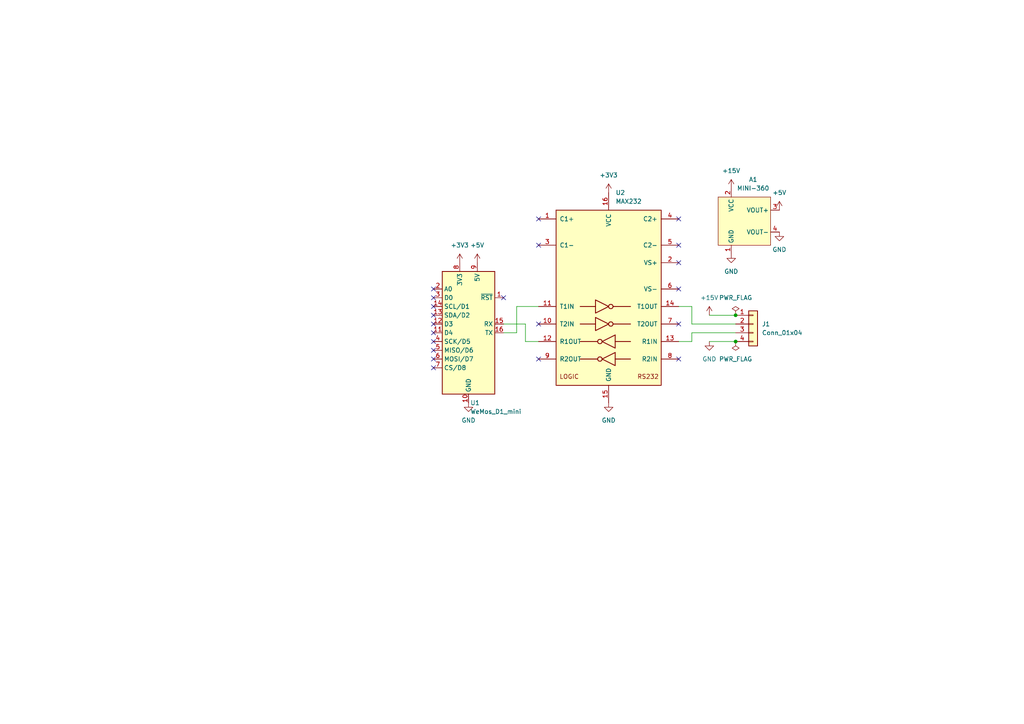
<source format=kicad_sch>
(kicad_sch (version 20211123) (generator eeschema)
  (paper "A4")
  (lib_symbols
    (symbol "Connector_Generic:Conn_01x04" (pin_names (offset 1.016) hide)
      (property "Reference" "J" (at 0 5.08 0))
      (property "Value" "Conn_01x04" (at 0 -7.62 0))
      (symbol "Conn_01x04_1_1"
        (rectangle (start -1.27 -4.953) (end 0 -5.207) (stroke (width 0.1524)))
        (rectangle (start -1.27 -2.413) (end 0 -2.667) (stroke (width 0.1524)))
        (rectangle (start -1.27 0.127) (end 0 -0.127) (stroke (width 0.1524)))
        (rectangle (start -1.27 2.667) (end 0 2.413) (stroke (width 0.1524)))
        (rectangle (start -1.27 3.81) (end 1.27 -6.35) (stroke (width 0.254)) (fill (type background)))
        (pin passive line (at -5.08 2.54 0) (length 3.81) (name "Pin_1") (number "1"))
        (pin passive line (at -5.08 0 0) (length 3.81) (name "Pin_2") (number "2"))
        (pin passive line (at -5.08 -2.54 0) (length 3.81) (name "Pin_3") (number "3"))
        (pin passive line (at -5.08 -5.08 0) (length 3.81) (name "Pin_4") (number "4"))
      )
    )
    (symbol "GW_custom:MINI-360"
      (property "Reference" "A" (at 10.16 1.27 0))
      (property "Value" "MINI-360" (at 10.16 3.81 0))
      (symbol "MINI-360_0_1"
        (rectangle (start -5.08 -2.54) (end 10.16 -16.51) (fill (type background)))
      )
      (symbol "MINI-360_1_1"
        (pin power_in line (at -1.27 -19.05 90) (length 2.54) (name "GND") (number "1"))
        (pin power_in line (at -1.27 0 270) (length 2.54) (name "VCC") (number "2"))
        (pin power_out line (at 12.7 -6.35 180) (length 2.54) (name "VOUT+") (number "3"))
        (pin passive line (at 12.7 -12.7 180) (length 2.54) (name "VOUT-") (number "4"))
      )
    )
    (symbol "Interface_UART:MAX232" (pin_names (offset 1.016))
      (property "Reference" "U" (at -2.54 28.575 0))
      (property "Value" "MAX232" (at -2.54 26.67 0))
      (symbol "MAX232_0_0"
        (text "LOGIC" (at -11.43 -22.86 0) (effects (font (size 1.27 1.27))))
        (text "RS232" (at 11.43 -22.86 0) (effects (font (size 1.27 1.27))))
      )
      (symbol "MAX232_0_1"
        (rectangle (start -15.24 -25.4) (end 15.24 25.4) (stroke (width 0.254)) (fill (type background)))
        (circle (center -2.54 -17.78) (radius 0.635) (stroke (width 0.254)))
        (circle (center -2.54 -12.7) (radius 0.635) (stroke (width 0.254)))
        (polyline (pts (xy -3.81 -7.62) (xy -8.255 -7.62)) (stroke (width 0.254)))
        (polyline (pts (xy -3.81 -2.54) (xy -8.255 -2.54)) (stroke (width 0.254)))
        (polyline (pts (xy -3.175 -17.78) (xy -8.255 -17.78)) (stroke (width 0.254)))
        (polyline (pts (xy -3.175 -12.7) (xy -8.255 -12.7)) (stroke (width 0.254)))
        (polyline (pts (xy 1.27 -7.62) (xy 6.35 -7.62)) (stroke (width 0.254)))
        (polyline (pts (xy 1.27 -2.54) (xy 6.35 -2.54)) (stroke (width 0.254)))
        (polyline (pts (xy 1.905 -17.78) (xy 6.35 -17.78)) (stroke (width 0.254)))
        (polyline (pts (xy 1.905 -12.7) (xy 6.35 -12.7)) (stroke (width 0.254)))
        (polyline (pts (xy -3.81 -5.715) (xy -3.81 -9.525) (xy 0 -7.62) (xy -3.81 -5.715)) (stroke (width 0.254)))
        (polyline (pts (xy -3.81 -0.635) (xy -3.81 -4.445) (xy 0 -2.54) (xy -3.81 -0.635)) (stroke (width 0.254)))
        (polyline (pts (xy 1.905 -15.875) (xy 1.905 -19.685) (xy -1.905 -17.78) (xy 1.905 -15.875)) (stroke (width 0.254)))
        (polyline (pts (xy 1.905 -10.795) (xy 1.905 -14.605) (xy -1.905 -12.7) (xy 1.905 -10.795)) (stroke (width 0.254)))
        (circle (center 0.635 -7.62) (radius 0.635) (stroke (width 0.254)))
        (circle (center 0.635 -2.54) (radius 0.635) (stroke (width 0.254)))
      )
      (symbol "MAX232_1_1"
        (pin passive line (at -20.32 22.86 0) (length 5.08) (name "C1+") (number "1"))
        (pin input line (at -20.32 -7.62 0) (length 5.08) (name "T2IN") (number "10"))
        (pin input line (at -20.32 -2.54 0) (length 5.08) (name "T1IN") (number "11"))
        (pin output line (at -20.32 -12.7 0) (length 5.08) (name "R1OUT") (number "12"))
        (pin input line (at 20.32 -12.7 180) (length 5.08) (name "R1IN") (number "13"))
        (pin output line (at 20.32 -2.54 180) (length 5.08) (name "T1OUT") (number "14"))
        (pin power_in line (at 0 -30.48 90) (length 5.08) (name "GND") (number "15"))
        (pin power_in line (at 0 30.48 270) (length 5.08) (name "VCC") (number "16"))
        (pin power_out line (at 20.32 10.16 180) (length 5.08) (name "VS+") (number "2"))
        (pin passive line (at -20.32 15.24 0) (length 5.08) (name "C1-") (number "3"))
        (pin passive line (at 20.32 22.86 180) (length 5.08) (name "C2+") (number "4"))
        (pin passive line (at 20.32 15.24 180) (length 5.08) (name "C2-") (number "5"))
        (pin power_out line (at 20.32 2.54 180) (length 5.08) (name "VS-") (number "6"))
        (pin output line (at 20.32 -7.62 180) (length 5.08) (name "T2OUT") (number "7"))
        (pin input line (at 20.32 -17.78 180) (length 5.08) (name "R2IN") (number "8"))
        (pin output line (at -20.32 -17.78 0) (length 5.08) (name "R2OUT") (number "9"))
      )
    )
    (symbol "MCU_Module:WeMos_D1_mini"
      (property "Reference" "U" (at 3.81 19.05 0))
      (property "Value" "WeMos_D1_mini" (at 1.27 -19.05 0))
      (symbol "WeMos_D1_mini_1_1"
        (rectangle (start -7.62 17.78) (end 7.62 -17.78) (stroke (width 0.254)) (fill (type background)))
        (pin input line (at -10.16 10.16 0) (length 2.54) (name "~{RST}") (number "1"))
        (pin power_in line (at 0 -20.32 90) (length 2.54) (name "GND") (number "10"))
        (pin bidirectional line (at 10.16 0 180) (length 2.54) (name "D4") (number "11"))
        (pin bidirectional line (at 10.16 2.54 180) (length 2.54) (name "D3") (number "12"))
        (pin bidirectional line (at 10.16 5.08 180) (length 2.54) (name "SDA/D2") (number "13"))
        (pin bidirectional line (at 10.16 7.62 180) (length 2.54) (name "SCL/D1") (number "14"))
        (pin input line (at -10.16 2.54 0) (length 2.54) (name "RX") (number "15"))
        (pin output line (at -10.16 0 0) (length 2.54) (name "TX") (number "16"))
        (pin input line (at 10.16 12.7 180) (length 2.54) (name "A0") (number "2"))
        (pin bidirectional line (at 10.16 10.16 180) (length 2.54) (name "D0") (number "3"))
        (pin bidirectional line (at 10.16 -2.54 180) (length 2.54) (name "SCK/D5") (number "4"))
        (pin bidirectional line (at 10.16 -5.08 180) (length 2.54) (name "MISO/D6") (number "5"))
        (pin bidirectional line (at 10.16 -7.62 180) (length 2.54) (name "MOSI/D7") (number "6"))
        (pin bidirectional line (at 10.16 -10.16 180) (length 2.54) (name "CS/D8") (number "7"))
        (pin power_out line (at 2.54 20.32 270) (length 2.54) (name "3V3") (number "8"))
        (pin power_in line (at -2.54 20.32 270) (length 2.54) (name "5V") (number "9"))
      )
    )
    (symbol "power:+15V" (power) (pin_names (offset 0))
      (property "Value" "+15V" (at 0 3.556 0))
      (symbol "+15V_0_1"
        (polyline (pts (xy -0.762 1.27) (xy 0 2.54)))
        (polyline (pts (xy 0 0) (xy 0 2.54)))
        (polyline (pts (xy 0 2.54) (xy 0.762 1.27)))
      )
      (symbol "+15V_1_1"
        (pin power_in line (at 0 0 90) (length 0) hide (name "+15V") (number "1"))
      )
    )
    (symbol "power:+3.3V" (power) (pin_names (offset 0))
      (property "Value" "+3.3V" (at 0 3.556 0))
      (symbol "+3.3V_0_1"
        (polyline (pts (xy -0.762 1.27) (xy 0 2.54)))
        (polyline (pts (xy 0 0) (xy 0 2.54)))
        (polyline (pts (xy 0 2.54) (xy 0.762 1.27)))
      )
      (symbol "+3.3V_1_1"
        (pin power_in line (at 0 0 90) (length 0) hide (name "+3V3") (number "1"))
      )
    )
    (symbol "power:+5V" (power) (pin_names (offset 0))
      (property "Value" "+5V" (at 0 3.556 0))
      (symbol "+5V_0_1"
        (polyline (pts (xy -0.762 1.27) (xy 0 2.54)))
        (polyline (pts (xy 0 0) (xy 0 2.54)))
        (polyline (pts (xy 0 2.54) (xy 0.762 1.27)))
      )
      (symbol "+5V_1_1"
        (pin power_in line (at 0 0 90) (length 0) hide (name "+5V") (number "1"))
      )
    )
    (symbol "power:GND" (power) (pin_names (offset 0))
      (property "Value" "GND" (at 0 -3.81 0))
      (symbol "GND_0_1"
        (polyline (pts (xy 0 0) (xy 0 -1.27) (xy 1.27 -1.27) (xy 0 -2.54) (xy -1.27 -1.27) (xy 0 -1.27)))
      )
      (symbol "GND_1_1"
        (pin power_in line (at 0 0 270) (length 0) hide (name "GND") (number "1"))
      )
    )
    (symbol "power:PWR_FLAG" (power) (pin_numbers hide) (pin_names (offset 0) hide)
      (property "Value" "PWR_FLAG" (at 0 3.81 0))
      (symbol "PWR_FLAG_0_0"
        (pin power_out line (at 0 0 90) (length 0) (name "pwr") (number "1"))
      )
      (symbol "PWR_FLAG_0_1"
        (polyline (pts (xy 0 0) (xy 0 1.27) (xy -1.016 1.905) (xy 0 2.54) (xy 1.016 1.905) (xy 0 1.27)))
      )
    )
  )
  (junction (at 213.36 99.06))
  (junction (at 213.36 91.44))
  (no_connect (at 125.73 83.82))
  (no_connect (at 146.05 86.36))
  (no_connect (at 125.73 93.98))
  (no_connect (at 125.73 96.52))
  (no_connect (at 125.73 91.44))
  (no_connect (at 125.73 88.9))
  (no_connect (at 125.73 106.68))
  (no_connect (at 125.73 101.6))
  (no_connect (at 125.73 99.06))
  (no_connect (at 125.73 104.14))
  (no_connect (at 196.85 76.2))
  (no_connect (at 196.85 71.12))
  (no_connect (at 196.85 83.82))
  (no_connect (at 196.85 104.14))
  (no_connect (at 196.85 93.98))
  (no_connect (at 156.21 71.12))
  (no_connect (at 196.85 63.5))
  (no_connect (at 156.21 93.98))
  (no_connect (at 156.21 63.5))
  (no_connect (at 156.21 104.14))
  (no_connect (at 125.73 86.36))
  (wire (pts (xy 200.66 93.98) (xy 213.36 93.98)))
  (wire (pts (xy 152.4 93.98) (xy 146.05 93.98)))
  (wire (pts (xy 200.66 99.06) (xy 200.66 96.52)))
  (wire (pts (xy 156.21 99.06) (xy 152.4 99.06)))
  (wire (pts (xy 205.74 91.44) (xy 213.36 91.44)))
  (wire (pts (xy 152.4 99.06) (xy 152.4 93.98)))
  (wire (pts (xy 205.74 99.06) (xy 213.36 99.06)))
  (wire (pts (xy 200.66 96.52) (xy 213.36 96.52)))
  (wire (pts (xy 196.85 88.9) (xy 200.66 88.9)))
  (wire (pts (xy 200.66 88.9) (xy 200.66 93.98)))
  (wire (pts (xy 196.85 99.06) (xy 200.66 99.06)))
  (wire (pts (xy 149.86 88.9) (xy 149.86 96.52)))
  (wire (pts (xy 146.05 96.52) (xy 149.86 96.52)))
  (wire (pts (xy 156.21 88.9) (xy 149.86 88.9)))
  (symbol (lib_id "power:GND") (at 226.06 67.31 0) (unit 1)
    (property "Reference" "#PWR010" (effects hide))
    (property "Value" "GND" (at 226.06 72.39 0))
  )
  (symbol (lib_id "power:+3.3V") (at 133.35 76.2 0) (unit 1)
    (property "Reference" "#PWR04" (effects hide))
    (property "Value" "+3.3V" (at 133.35 71.12 0))
  )
  (symbol (lib_id "power:GND") (at 212.09 73.66 0) (unit 1)
    (property "Reference" "#PWR06" (effects hide))
    (property "Value" "GND" (at 212.09 78.74 0))
  )
  (symbol (lib_id "power:+5V") (at 226.06 60.96 0) (unit 1)
    (property "Reference" "#PWR011" (effects hide))
    (property "Value" "+5V" (at 226.06 55.88 0))
  )
  (symbol (lib_id "power:PWR_FLAG") (at 213.36 91.44 0) (unit 1)
    (property "Reference" "#FLG02" (effects hide))
    (property "Value" "PWR_FLAG" (at 213.36 86.36 0))
  )
  (symbol (lib_id "GW_custom:MINI-360") (at 213.36 54.61 0) (unit 1)
    (property "Reference" "A1" (at 218.44 52.07 0))
    (property "Value" "MINI-360" (at 218.44 54.61 0))
  )
  (symbol (lib_id "MCU_Module:WeMos_D1_mini") (at 135.89 96.52 0) (mirror y) (unit 1)
    (property "Reference" "U1" (at 136.4106 116.84 0) (effects (justify right)))
    (property "Value" "WeMos_D1_mini" (at 136.4106 119.38 0) (effects (justify right)))
    (property "Footprint" "Module:WEMOS_D1_mini_light" (effects hide))
    (property "Datasheet" "https://wiki.wemos.cc/products:d1:d1_mini#documentation" (effects hide))
  )
  (symbol (lib_id "power:+15V") (at 212.09 54.61 0) (unit 1)
    (property "Reference" "#PWR07" (effects hide))
    (property "Value" "+15V" (at 212.09 49.53 0))
  )
  (symbol (lib_id "power:GND") (at 205.74 99.06 0) (unit 1)
    (property "Reference" "#PWR03" (effects hide))
    (property "Value" "GND" (at 205.74 104.14 0))
  )
  (symbol (lib_id "Interface_UART:MAX232") (at 176.53 86.36 0) (unit 1)
    (property "Reference" "U2" (at 178.5494 55.88 0) (effects (justify left)))
    (property "Value" "MAX232" (at 178.5494 58.42 0) (effects (justify left)))
    (property "Datasheet" "http://www.ti.com/lit/ds/symlink/max232.pdf" (effects hide))
  )
  (symbol (lib_id "power:GND") (at 135.89 116.84 0) (unit 1)
    (property "Reference" "#PWR01" (effects hide))
    (property "Value" "GND" (at 135.89 121.92 0))
  )
  (symbol (lib_id "Connector_Generic:Conn_01x04") (at 218.44 93.98 0) (unit 1)
    (property "Reference" "J1" (at 220.98 93.9799 0) (effects (justify left)))
    (property "Value" "Conn_01x04" (at 220.98 96.5199 0) (effects (justify left)))
    (property "Footprint" "Connector_Wire:SolderWire-0.1sqmm_1x04_P3.6mm_D0.4mm_OD1mm" (effects hide))
  )
  (symbol (lib_id "power:+5V") (at 138.43 76.2 0) (unit 1)
    (property "Reference" "#PWR05" (effects hide))
    (property "Value" "+5V" (at 138.43 71.12 0))
  )
  (symbol (lib_id "power:+15V") (at 205.74 91.44 0) (unit 1)
    (property "Reference" "#PWR08" (effects hide))
    (property "Value" "+15V" (at 205.74 86.36 0))
  )
  (symbol (lib_id "power:+3.3V") (at 176.53 55.88 0) (unit 1)
    (property "Reference" "#PWR09" (effects hide))
    (property "Value" "+3.3V" (at 176.53 50.8 0))
  )
  (symbol (lib_id "power:PWR_FLAG") (at 213.36 99.06 0) (mirror x) (unit 1)
    (property "Reference" "#FLG01" (effects hide))
    (property "Value" "PWR_FLAG" (at 213.36 104.14 0))
  )
  (symbol (lib_id "power:GND") (at 176.53 116.84 0) (unit 1)
    (property "Reference" "#PWR02" (effects hide))
    (property "Value" "GND" (at 176.53 121.92 0))
  )
)
</source>
